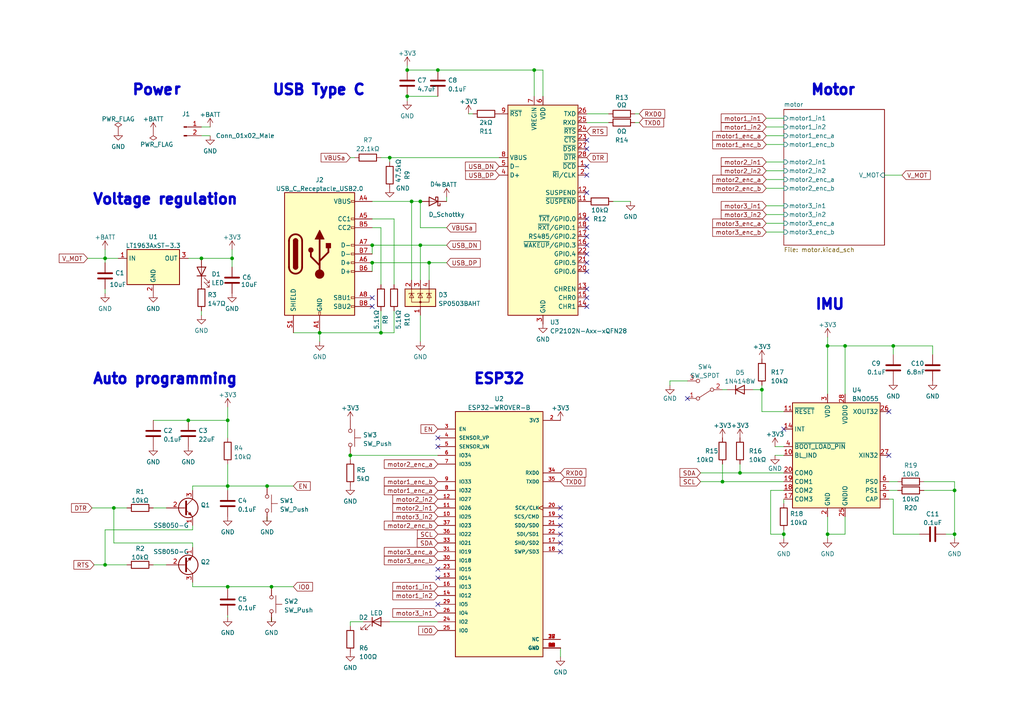
<source format=kicad_sch>
(kicad_sch (version 20211123) (generator eeschema)
  (paper "A4")
  (junction (at 107.95 71.12))
  (junction (at 121.92 58.42))
  (junction (at 101.6 132.08))
  (junction (at 92.71 96.52))
  (junction (at 240.03 154.94))
  (junction (at 66.04 121.92))
  (junction (at 66.04 140.97))
  (junction (at 245.11 100.33))
  (junction (at 118.11 20.32))
  (junction (at 58.42 74.93))
  (junction (at 54.61 121.92))
  (junction (at 124.46 76.2))
  (junction (at 240.03 100.33))
  (junction (at 30.48 74.93))
  (junction (at 214.63 137.16))
  (junction (at 259.08 100.33))
  (junction (at 119.38 58.42))
  (junction (at 121.92 71.12))
  (junction (at 127 20.32))
  (junction (at 67.31 74.93))
  (junction (at 220.98 113.03))
  (junction (at 276.86 154.94))
  (junction (at 227.33 154.94))
  (junction (at 154.94 20.32))
  (junction (at 107.95 76.2))
  (junction (at 30.48 163.83))
  (junction (at 66.04 170.18))
  (junction (at 110.49 96.52))
  (junction (at 118.11 27.94))
  (junction (at 77.47 140.97))
  (junction (at 209.55 139.7))
  (junction (at 113.03 45.72))
  (junction (at 33.02 147.32))
  (junction (at 276.86 142.24))
  (junction (at 78.74 170.18))
  (no_connect (at 170.18 86.36))
  (no_connect (at 170.18 50.8))
  (no_connect (at 170.18 76.2))
  (no_connect (at 107.95 86.36))
  (no_connect (at 107.95 88.9))
  (no_connect (at 170.18 73.66))
  (no_connect (at 170.18 66.04))
  (no_connect (at 170.18 63.5))
  (no_connect (at 162.56 149.86))
  (no_connect (at 162.56 154.94))
  (no_connect (at 170.18 78.74))
  (no_connect (at 127 175.26))
  (no_connect (at 162.56 160.02))
  (no_connect (at 170.18 55.88))
  (no_connect (at 199.39 115.57))
  (no_connect (at 227.33 124.46))
  (no_connect (at 257.81 119.38))
  (no_connect (at 257.81 132.08))
  (no_connect (at 127 127))
  (no_connect (at 170.18 88.9))
  (no_connect (at 170.18 48.26))
  (no_connect (at 170.18 71.12))
  (no_connect (at 127 129.54))
  (no_connect (at 170.18 83.82))
  (no_connect (at 127 167.64))
  (no_connect (at 162.56 147.32))
  (no_connect (at 170.18 40.64))
  (no_connect (at 170.18 43.18))
  (no_connect (at 170.18 68.58))
  (no_connect (at 162.56 157.48))
  (no_connect (at 127 165.1))
  (no_connect (at 162.56 152.4))
  (wire (pts (xy 176.53 33.02) (xy 170.18 33.02)))
  (wire (pts (xy 182.88 58.42) (xy 177.8 58.42)))
  (wire (pts (xy 33.02 147.32) (xy 36.83 147.32)))
  (wire (pts (xy 54.61 121.92) (xy 66.04 121.92)))
  (wire (pts (xy 222.25 62.23) (xy 227.33 62.23)))
  (wire (pts (xy 203.2 139.7) (xy 209.55 139.7)))
  (wire (pts (xy 276.86 142.24) (xy 276.86 154.94)))
  (wire (pts (xy 227.33 142.24) (xy 223.52 142.24)))
  (wire (pts (xy 113.03 45.72) (xy 144.78 45.72)))
  (wire (pts (xy 107.95 76.2) (xy 124.46 76.2)))
  (wire (pts (xy 107.95 71.12) (xy 107.95 73.66)))
  (wire (pts (xy 222.25 46.99) (xy 227.33 46.99)))
  (wire (pts (xy 78.74 170.18) (xy 85.09 170.18)))
  (wire (pts (xy 101.6 133.35) (xy 101.6 132.08)))
  (wire (pts (xy 222.25 59.69) (xy 227.33 59.69)))
  (wire (pts (xy 66.04 142.24) (xy 66.04 140.97)))
  (wire (pts (xy 223.52 142.24) (xy 223.52 154.94)))
  (wire (pts (xy 124.46 76.2) (xy 124.46 81.28)))
  (wire (pts (xy 222.25 64.77) (xy 227.33 64.77)))
  (wire (pts (xy 30.48 153.67) (xy 30.48 163.83)))
  (wire (pts (xy 218.44 113.03) (xy 220.98 113.03)))
  (wire (pts (xy 55.88 140.97) (xy 66.04 140.97)))
  (wire (pts (xy 118.11 27.94) (xy 127 27.94)))
  (wire (pts (xy 54.61 74.93) (xy 58.42 74.93)))
  (wire (pts (xy 245.11 149.86) (xy 245.11 154.94)))
  (wire (pts (xy 101.6 45.72) (xy 102.87 45.72)))
  (wire (pts (xy 222.25 54.61) (xy 227.33 54.61)))
  (wire (pts (xy 78.74 179.07) (xy 78.74 180.34)))
  (wire (pts (xy 44.45 163.83) (xy 48.26 163.83)))
  (wire (pts (xy 121.92 71.12) (xy 129.54 71.12)))
  (wire (pts (xy 154.94 20.32) (xy 154.94 27.94)))
  (wire (pts (xy 135.89 33.02) (xy 137.16 33.02)))
  (wire (pts (xy 222.25 52.07) (xy 227.33 52.07)))
  (wire (pts (xy 227.33 153.67) (xy 227.33 154.94)))
  (wire (pts (xy 240.03 97.79) (xy 240.03 100.33)))
  (wire (pts (xy 157.48 20.32) (xy 157.48 27.94)))
  (wire (pts (xy 66.04 170.18) (xy 78.74 170.18)))
  (wire (pts (xy 85.09 96.52) (xy 92.71 96.52)))
  (wire (pts (xy 121.92 99.06) (xy 121.92 91.44)))
  (wire (pts (xy 227.33 146.05) (xy 227.33 144.78)))
  (wire (pts (xy 245.11 154.94) (xy 240.03 154.94)))
  (wire (pts (xy 66.04 127) (xy 66.04 121.92)))
  (wire (pts (xy 107.95 66.04) (xy 110.49 66.04)))
  (wire (pts (xy 110.49 90.17) (xy 110.49 96.52)))
  (wire (pts (xy 240.03 149.86) (xy 240.03 154.94)))
  (wire (pts (xy 220.98 113.03) (xy 220.98 111.76)))
  (wire (pts (xy 110.49 66.04) (xy 110.49 82.55)))
  (wire (pts (xy 118.11 20.32) (xy 127 20.32)))
  (wire (pts (xy 60.96 39.37) (xy 58.42 39.37)))
  (wire (pts (xy 107.95 63.5) (xy 114.3 63.5)))
  (wire (pts (xy 55.88 152.4) (xy 55.88 153.67)))
  (wire (pts (xy 209.55 139.7) (xy 227.33 139.7)))
  (wire (pts (xy 267.97 139.7) (xy 276.86 139.7)))
  (wire (pts (xy 185.42 33.02) (xy 184.15 33.02)))
  (wire (pts (xy 101.6 132.08) (xy 127 132.08)))
  (wire (pts (xy 129.54 57.15) (xy 129.54 58.42)))
  (wire (pts (xy 203.2 137.16) (xy 214.63 137.16)))
  (wire (pts (xy 101.6 180.34) (xy 105.41 180.34)))
  (wire (pts (xy 240.03 100.33) (xy 240.03 114.3)))
  (wire (pts (xy 30.48 74.93) (xy 34.29 74.93)))
  (wire (pts (xy 222.25 36.83) (xy 227.33 36.83)))
  (wire (pts (xy 259.08 100.33) (xy 270.51 100.33)))
  (wire (pts (xy 257.81 139.7) (xy 260.35 139.7)))
  (wire (pts (xy 245.11 100.33) (xy 259.08 100.33)))
  (wire (pts (xy 77.47 149.86) (xy 77.47 151.13)))
  (wire (pts (xy 124.46 76.2) (xy 129.54 76.2)))
  (wire (pts (xy 240.03 156.21) (xy 240.03 154.94)))
  (wire (pts (xy 270.51 102.87) (xy 270.51 100.33)))
  (wire (pts (xy 223.52 154.94) (xy 227.33 154.94)))
  (wire (pts (xy 77.47 140.97) (xy 85.09 140.97)))
  (wire (pts (xy 66.04 134.62) (xy 66.04 140.97)))
  (wire (pts (xy 58.42 91.44) (xy 58.42 90.17)))
  (wire (pts (xy 121.92 58.42) (xy 119.38 58.42)))
  (wire (pts (xy 121.92 71.12) (xy 121.92 81.28)))
  (wire (pts (xy 114.3 96.52) (xy 110.49 96.52)))
  (wire (pts (xy 194.31 111.76) (xy 194.31 110.49)))
  (wire (pts (xy 55.88 170.18) (xy 55.88 168.91)))
  (wire (pts (xy 25.4 74.93) (xy 30.48 74.93)))
  (wire (pts (xy 113.03 180.34) (xy 127 180.34)))
  (wire (pts (xy 121.92 66.04) (xy 121.92 58.42)))
  (wire (pts (xy 30.48 83.82) (xy 30.48 85.09)))
  (wire (pts (xy 222.25 67.31) (xy 227.33 67.31)))
  (wire (pts (xy 259.08 144.78) (xy 259.08 154.94)))
  (wire (pts (xy 222.25 39.37) (xy 227.33 39.37)))
  (wire (pts (xy 222.25 49.53) (xy 227.33 49.53)))
  (wire (pts (xy 107.95 58.42) (xy 119.38 58.42)))
  (wire (pts (xy 194.31 110.49) (xy 199.39 110.49)))
  (wire (pts (xy 67.31 72.39) (xy 67.31 74.93)))
  (wire (pts (xy 30.48 163.83) (xy 36.83 163.83)))
  (wire (pts (xy 66.04 170.18) (xy 55.88 170.18)))
  (wire (pts (xy 55.88 142.24) (xy 55.88 140.97)))
  (wire (pts (xy 266.7 154.94) (xy 259.08 154.94)))
  (wire (pts (xy 274.32 154.94) (xy 276.86 154.94)))
  (wire (pts (xy 245.11 100.33) (xy 240.03 100.33)))
  (wire (pts (xy 276.86 156.21) (xy 276.86 154.94)))
  (wire (pts (xy 67.31 74.93) (xy 67.31 77.47)))
  (wire (pts (xy 118.11 19.05) (xy 118.11 20.32)))
  (wire (pts (xy 245.11 100.33) (xy 245.11 114.3)))
  (wire (pts (xy 110.49 45.72) (xy 113.03 45.72)))
  (wire (pts (xy 162.56 190.5) (xy 162.56 187.96)))
  (wire (pts (xy 256.54 50.8) (xy 261.62 50.8)))
  (wire (pts (xy 209.55 134.62) (xy 209.55 139.7)))
  (wire (pts (xy 66.04 179.07) (xy 66.04 178.435)))
  (wire (pts (xy 220.98 119.38) (xy 220.98 113.03)))
  (wire (pts (xy 113.03 46.99) (xy 113.03 45.72)))
  (wire (pts (xy 58.42 74.93) (xy 67.31 74.93)))
  (wire (pts (xy 185.42 35.56) (xy 184.15 35.56)))
  (wire (pts (xy 92.71 96.52) (xy 110.49 96.52)))
  (wire (pts (xy 176.53 35.56) (xy 170.18 35.56)))
  (wire (pts (xy 66.04 140.97) (xy 77.47 140.97)))
  (wire (pts (xy 44.45 147.32) (xy 48.26 147.32)))
  (wire (pts (xy 55.88 153.67) (xy 30.48 153.67)))
  (wire (pts (xy 214.63 137.16) (xy 227.33 137.16)))
  (wire (pts (xy 224.79 129.54) (xy 227.33 129.54)))
  (wire (pts (xy 55.88 158.75) (xy 55.88 157.48)))
  (wire (pts (xy 30.48 72.39) (xy 30.48 74.93)))
  (wire (pts (xy 92.71 99.06) (xy 92.71 96.52)))
  (wire (pts (xy 259.08 100.33) (xy 259.08 102.87)))
  (wire (pts (xy 60.96 36.83) (xy 58.42 36.83)))
  (wire (pts (xy 44.45 121.92) (xy 54.61 121.92)))
  (wire (pts (xy 222.25 41.91) (xy 227.33 41.91)))
  (wire (pts (xy 66.04 170.815) (xy 66.04 170.18)))
  (wire (pts (xy 209.55 113.03) (xy 210.82 113.03)))
  (wire (pts (xy 33.02 157.48) (xy 55.88 157.48)))
  (wire (pts (xy 214.63 134.62) (xy 214.63 137.16)))
  (wire (pts (xy 30.48 74.93) (xy 30.48 76.2)))
  (wire (pts (xy 114.3 63.5) (xy 114.3 82.55)))
  (wire (pts (xy 27.305 163.83) (xy 30.48 163.83)))
  (wire (pts (xy 107.95 71.12) (xy 121.92 71.12)))
  (wire (pts (xy 257.81 142.24) (xy 260.35 142.24)))
  (wire (pts (xy 107.95 76.2) (xy 107.95 78.74)))
  (wire (pts (xy 227.33 119.38) (xy 220.98 119.38)))
  (wire (pts (xy 66.04 121.92) (xy 66.04 118.11)))
  (wire (pts (xy 257.81 144.78) (xy 259.08 144.78)))
  (wire (pts (xy 127 20.32) (xy 154.94 20.32)))
  (wire (pts (xy 119.38 58.42) (xy 119.38 81.28)))
  (wire (pts (xy 26.67 147.32) (xy 33.02 147.32)))
  (wire (pts (xy 118.11 29.21) (xy 118.11 27.94)))
  (wire (pts (xy 121.92 66.04) (xy 129.54 66.04)))
  (wire (pts (xy 114.3 90.17) (xy 114.3 96.52)))
  (wire (pts (xy 222.25 34.29) (xy 227.33 34.29)))
  (wire (pts (xy 101.6 181.61) (xy 101.6 180.34)))
  (wire (pts (xy 267.97 142.24) (xy 276.86 142.24)))
  (wire (pts (xy 33.02 157.48) (xy 33.02 147.32)))
  (wire (pts (xy 227.33 156.21) (xy 227.33 154.94)))
  (wire (pts (xy 276.86 142.24) (xy 276.86 139.7)))
  (wire (pts (xy 224.79 132.08) (xy 227.33 132.08)))
  (wire (pts (xy 154.94 20.32) (xy 157.48 20.32)))
  (text "Motor" (at 234.95 27.94 0) (effects (font (size 3 3) (thickness 1) bold) (justify left bottom)))
  (text "Poweｒ" (at 38.1 27.94 0) (effects (font (size 3 3) (thickness 1) bold) (justify left bottom)))
  (text "Auto programming" (at 26.67 111.76 0) (effects (font (size 3 3) (thickness 1) bold) (justify left bottom)))
  (text "IMU" (at 236.22 90.17 0) (effects (font (size 3 3) (thickness 1) bold) (justify left bottom)))
  (text "USB Type C" (at 78.74 27.94 0) (effects (font (size 3 3) (thickness 1) bold) (justify left bottom)))
  (text "Voltage regulation" (at 26.67 59.69 0) (effects (font (size 3 3) (thickness 1) bold) (justify left bottom)))
  (text "ESP32" (at 137.16 111.76 0) (effects (font (size 3 3) (thickness 1) bold) (justify left bottom)))
  (global_label "motor2_in1" (shape input) (at 127 147.32 180) (property "Intersheet References" "${INTERSHEET_REFS}" (effects hide)))
  (global_label "motor1_enc_b" (shape input) (at 222.25 41.91 180) (property "Intersheet References" "${INTERSHEET_REFS}" (effects hide)))
  (global_label "TXD0" (shape input) (at 162.56 139.7 0) (property "Intersheet References" "${INTERSHEET_REFS}" (effects hide)))
  (global_label "EN" (shape input) (at 85.09 140.97 0) (property "Intersheet References" "${INTERSHEET_REFS}" (effects hide)))
  (global_label "motor3_enc_b" (shape input) (at 127 162.56 180) (property "Intersheet References" "${INTERSHEET_REFS}" (effects hide)))
  (global_label "V_MOT" (shape input) (at 261.62 50.8 0) (property "Intersheet References" "${INTERSHEET_REFS}" (effects hide)))
  (global_label "USB_DN" (shape input) (at 144.78 48.26 180) (property "Intersheet References" "${INTERSHEET_REFS}" (effects hide)))
  (global_label "DTR" (shape input) (at 26.67 147.32 180) (property "Intersheet References" "${INTERSHEET_REFS}" (effects hide)))
  (global_label "motor3_enc_b" (shape input) (at 222.25 67.31 180) (property "Intersheet References" "${INTERSHEET_REFS}" (effects hide)))
  (global_label "motor2_enc_a" (shape input) (at 222.25 52.07 180) (property "Intersheet References" "${INTERSHEET_REFS}" (effects hide)))
  (global_label "motor2_in2" (shape input) (at 222.25 49.53 180) (property "Intersheet References" "${INTERSHEET_REFS}" (effects hide)))
  (global_label "motor2_enc_b" (shape input) (at 222.25 54.61 180) (property "Intersheet References" "${INTERSHEET_REFS}" (effects hide)))
  (global_label "motor1_in1" (shape input) (at 127 170.18 180) (property "Intersheet References" "${INTERSHEET_REFS}" (effects hide)))
  (global_label "SCL" (shape input) (at 203.2 139.7 180) (property "Intersheet References" "${INTERSHEET_REFS}" (effects hide)))
  (global_label "VBUSa" (shape input) (at 129.54 66.04 0) (property "Intersheet References" "${INTERSHEET_REFS}" (effects hide)))
  (global_label "motor2_enc_a" (shape input) (at 127 134.62 180) (property "Intersheet References" "${INTERSHEET_REFS}" (effects hide)))
  (global_label "motor3_enc_a" (shape input) (at 127 160.02 180) (property "Intersheet References" "${INTERSHEET_REFS}" (effects hide)))
  (global_label "motor1_enc_b" (shape input) (at 127 139.7 180) (property "Intersheet References" "${INTERSHEET_REFS}" (effects hide)))
  (global_label "RTS" (shape input) (at 170.18 38.1 0) (property "Intersheet References" "${INTERSHEET_REFS}" (effects hide)))
  (global_label "motor2_in1" (shape input) (at 222.25 46.99 180) (property "Intersheet References" "${INTERSHEET_REFS}" (effects hide)))
  (global_label "DTR" (shape input) (at 170.18 45.72 0) (property "Intersheet References" "${INTERSHEET_REFS}" (effects hide)))
  (global_label "motor3_in2" (shape input) (at 222.25 62.23 180) (property "Intersheet References" "${INTERSHEET_REFS}" (effects hide)))
  (global_label "IO0" (shape input) (at 85.09 170.18 0) (property "Intersheet References" "${INTERSHEET_REFS}" (effects hide)))
  (global_label "RTS" (shape input) (at 27.305 163.83 180) (property "Intersheet References" "${INTERSHEET_REFS}" (effects hide)))
  (global_label "USB_DP" (shape input) (at 144.78 50.8 180) (property "Intersheet References" "${INTERSHEET_REFS}" (effects hide)))
  (global_label "USB_DN" (shape input) (at 129.54 71.12 0) (property "Intersheet References" "${INTERSHEET_REFS}" (effects hide)))
  (global_label "IO0" (shape input) (at 127 182.88 180) (property "Intersheet References" "${INTERSHEET_REFS}" (effects hide)))
  (global_label "USB_DP" (shape input) (at 129.54 76.2 0) (property "Intersheet References" "${INTERSHEET_REFS}" (effects hide)))
  (global_label "motor1_enc_a" (shape input) (at 127 142.24 180) (property "Intersheet References" "${INTERSHEET_REFS}" (effects hide)))
  (global_label "motor2_enc_b" (shape input) (at 127 152.4 180) (property "Intersheet References" "${INTERSHEET_REFS}" (effects hide)))
  (global_label "V_MOT" (shape input) (at 25.4 74.93 180) (property "Intersheet References" "${INTERSHEET_REFS}" (effects hide)))
  (global_label "TXD0" (shape input) (at 185.42 35.56 0) (property "Intersheet References" "${INTERSHEET_REFS}" (effects hide)))
  (global_label "motor3_in1" (shape input) (at 222.25 59.69 180) (property "Intersheet References" "${INTERSHEET_REFS}" (effects hide)))
  (global_label "RXD0" (shape input) (at 185.42 33.02 0) (property "Intersheet References" "${INTERSHEET_REFS}" (effects hide)))
  (global_label "SCL" (shape input) (at 127 154.94 180) (property "Intersheet References" "${INTERSHEET_REFS}" (effects hide)))
  (global_label "SDA" (shape input) (at 203.2 137.16 180) (property "Intersheet References" "${INTERSHEET_REFS}" (effects hide)))
  (global_label "motor3_in1" (shape input) (at 127 177.8 180) (property "Intersheet References" "${INTERSHEET_REFS}" (effects hide)))
  (global_label "VBUSa" (shape input) (at 101.6 45.72 180) (property "Intersheet References" "${INTERSHEET_REFS}" (effects hide)))
  (global_label "SDA" (shape input) (at 127 157.48 180) (property "Intersheet References" "${INTERSHEET_REFS}" (effects hide)))
  (global_label "motor3_enc_a" (shape input) (at 222.25 64.77 180) (property "Intersheet References" "${INTERSHEET_REFS}" (effects hide)))
  (global_label "motor2_in2" (shape input) (at 127 144.78 180) (property "Intersheet References" "${INTERSHEET_REFS}" (effects hide)))
  (global_label "RXD0" (shape input) (at 162.56 137.16 0) (property "Intersheet References" "${INTERSHEET_REFS}" (effects hide)))
  (global_label "motor1_in2" (shape input) (at 222.25 36.83 180) (property "Intersheet References" "${INTERSHEET_REFS}" (effects hide)))
  (global_label "motor3_in2" (shape input) (at 127 149.86 180) (property "Intersheet References" "${INTERSHEET_REFS}" (effects hide)))
  (global_label "motor1_enc_a" (shape input) (at 222.25 39.37 180) (property "Intersheet References" "${INTERSHEET_REFS}" (effects hide)))
  (global_label "motor1_in2" (shape input) (at 127 172.72 180) (property "Intersheet References" "${INTERSHEET_REFS}" (effects hide)))
  (global_label "motor1_in1" (shape input) (at 222.25 34.29 180) (property "Intersheet References" "${INTERSHEET_REFS}" (effects hide)))
  (global_label "EN" (shape input) (at 127 124.46 180) (property "Intersheet References" "${INTERSHEET_REFS}" (effects hide)))
  (symbol (lib_id "Device:R") (at 40.64 147.32 90) (unit 1)
    (property "Reference" "R1" (at 40.64 142.6042 90))
    (property "Value" "10kΩ" (at 40.64 145.1411 90))
    (property "Footprint" "Resistor_SMD:R_0603_1608Metric" (effects hide))
    (property "Vendor" "https://www.mouser.jp/ProductDetail/Vishay-Beyschlag/MCT06030D1002BP500?qs=ncxkyCpAYDAJSzgYSRSsnA%3D%3D" (effects hide))
  )
  (symbol (lib_id "Device:C") (at 118.11 24.13 0) (unit 1)
    (property "Reference" "C7" (at 121.031 23.2953 0) (effects (justify left)))
    (property "Value" "4.7uF" (at 121.031 25.8322 0) (effects (justify left)))
    (property "Footprint" "Capacitor_SMD:C_0603_1608Metric" (effects hide))
    (property "Vendor" "https://www.mouser.jp/ProductDetail/KYOCERA-AVX/06036D475MAT2A?qs=G62aafFtBAdLQjkZwFspeQ%3D%3D" (effects hide))
  )
  (symbol (lib_id "Device:C") (at 67.31 81.28 0) (unit 1)
    (property "Reference" "C6" (at 70.231 80.4453 0) (effects (justify left)))
    (property "Value" "10uF" (at 69.85 82.55 0) (effects (justify left)))
    (property "Footprint" "Capacitor_SMD:C_0603_1608Metric" (effects hide))
    (property "Vendor" "https://www.mouser.jp/ProductDetail/KYOCERA-AVX/0603ZW106MAT2A?qs=BZBei1rCqCDILT8BMORbpw%3D%3D" (effects hide))
  )
  (symbol (lib_id "Transistor_BJT:S8050") (at 53.34 163.83 0) (mirror x) (unit 1)
    (property "Reference" "Q2" (at 58.1914 162.9953 0) (effects (justify left)))
    (property "Value" "SS8050-G" (at 44.45 160.02 0) (effects (justify left)))
    (property "Footprint" "Package_TO_SOT_SMD:SOT-23" (effects hide))
    (property "Datasheet" "http://www.unisonic.com.tw/datasheet/S8050.pdf" (effects hide))
    (property "Vendor" "https://www.mouser.jp/ProductDetail/Comchip-Technology/SS8050-G?qs=sGAEpiMZZMvplms98TlKY0DRKkFioIw6yshKylp0VqvgzoQ7StxaEg%3D%3D" (effects hide))
  )
  (symbol (lib_id "Device:C") (at 54.61 125.73 0) (unit 1)
    (property "Reference" "C3" (at 57.531 124.8953 0) (effects (justify left)))
    (property "Value" "22uF" (at 57.531 127.4322 0) (effects (justify left)))
    (property "Footprint" "Capacitor_SMD:C_0603_1608Metric" (effects hide))
    (property "Vendor" "https://www.mouser.jp/ProductDetail/KYOCERA-AVX/0603ZD226MAT2A?qs=sSYV1F9c5cE%2FKdrrBmQkqw%3D%3D" (effects hide))
  )
  (symbol (lib_id "power:GND") (at 157.48 93.98 0) (unit 1)
    (property "Reference" "#PWR028" (effects hide))
    (property "Value" "GND" (at 157.48 98.4234 0))
  )
  (symbol (lib_id "Device:R") (at 106.68 45.72 270) (unit 1)
    (property "Reference" "R7" (at 106.68 40.64 90))
    (property "Value" "22.1kΩ" (at 106.68 43.18 90))
    (property "Footprint" "Resistor_SMD:R_0603_1608Metric" (effects hide))
    (property "Vendor" "https://www.mouser.jp/ProductDetail/Vishay-Dale/TNPW060322K1BEEA?qs=sGAEpiMZZMtlubZbdhIBIOmxtv2GEc%2FVUvye4sdmKvQ%3D" (effects hide))
  )
  (symbol (lib_id "Device:R") (at 264.16 142.24 90) (unit 1)
    (property "Reference" "R20" (at 264.16 147.32 90))
    (property "Value" "10kΩ" (at 264.16 144.78 90))
    (property "Footprint" "Resistor_SMD:R_0603_1608Metric" (effects hide))
    (property "Vendor" "https://www.mouser.jp/ProductDetail/Vishay-Beyschlag/MCT06030D1002BP500?qs=ncxkyCpAYDAJSzgYSRSsnA%3D%3D" (effects hide))
  )
  (symbol (lib_id "Regulator_Linear:LT1963AxST-3.3") (at 44.45 77.47 0) (unit 1)
    (property "Reference" "U1" (at 44.45 68.6902 0))
    (property "Value" "LT1963AxST-3.3" (at 44.45 71.2271 0))
    (property "Footprint" "Package_TO_SOT_SMD:SOT-223-3_TabPin2" (effects hide))
    (property "Datasheet" "https://www.analog.com/media/en/technical-documentation/data-sheets/1963aff.pdf" (effects hide))
    (property "Vendor" "https://www.mouser.jp/ProductDetail/Analog-Devices/LT1963AEST-3.3PBF?qs=ytflclh7QUWACCdXyVJ5gA%3D%3D" (effects hide))
  )
  (symbol (lib_id "power:GND") (at 60.96 39.37 0) (unit 1)
    (property "Reference" "#PWR010" (effects hide))
    (property "Value" "GND" (at 60.96 43.8134 0))
  )
  (symbol (lib_id "Device:R") (at 214.63 130.81 180) (unit 1)
    (property "Reference" "R16" (at 217.17 130.81 0) (effects (justify right)))
    (property "Value" "10kΩ" (at 217.17 133.3469 0) (effects (justify right)))
    (property "Footprint" "Resistor_SMD:R_0603_1608Metric" (effects hide))
    (property "Vendor" "https://www.mouser.jp/ProductDetail/Vishay-Beyschlag/MCT06030D1002BP500?qs=ncxkyCpAYDAJSzgYSRSsnA%3D%3D" (effects hide))
  )
  (symbol (lib_id "power:GND") (at 78.74 179.07 0) (unit 1)
    (property "Reference" "#PWR017" (effects hide))
    (property "Value" "GND" (at 78.74 183.5134 0))
  )
  (symbol (lib_id "Device:R") (at 40.64 163.83 90) (unit 1)
    (property "Reference" "R2" (at 40.64 159.1142 90))
    (property "Value" "10kΩ" (at 40.64 161.6511 90))
    (property "Footprint" "Resistor_SMD:R_0603_1608Metric" (effects hide))
    (property "Vendor" "https://www.mouser.jp/ProductDetail/Vishay-Beyschlag/MCT06030D1002BP500?qs=ncxkyCpAYDAJSzgYSRSsnA%3D%3D" (effects hide))
  )
  (symbol (lib_id "Device:C") (at 66.04 146.05 0) (unit 1)
    (property "Reference" "C4" (at 68.961 145.2153 0) (effects (justify left)))
    (property "Value" "0.1uF" (at 68.961 147.7522 0) (effects (justify left)))
    (property "Footprint" "Capacitor_SMD:C_0603_1608Metric" (effects hide))
    (property "Vendor" "https://www.mouser.jp/ProductDetail/KYOCERA-AVX/KAM15AR71C104KM?qs=Jm2GQyTW%2FbjvjfiJhcHTCg%3D%3D" (effects hide))
  )
  (symbol (lib_id "Device:R") (at 209.55 130.81 180) (unit 1)
    (property "Reference" "R15" (at 204.47 130.81 0) (effects (justify right)))
    (property "Value" "10kΩ" (at 201.93 133.35 0) (effects (justify right)))
    (property "Footprint" "Resistor_SMD:R_0603_1608Metric" (effects hide))
    (property "Vendor" "https://www.mouser.jp/ProductDetail/Vishay-Beyschlag/MCT06030D1002BP500?qs=ncxkyCpAYDAJSzgYSRSsnA%3D%3D" (effects hide))
  )
  (symbol (lib_id "power:GND") (at 113.03 54.61 0) (unit 1)
    (property "Reference" "#PWR022" (effects hide))
    (property "Value" "GND" (at 116.84 54.61 0))
  )
  (symbol (lib_id "power:PWR_FLAG") (at 34.29 38.1 0) (unit 1)
    (property "Reference" "#FLG01" (effects hide))
    (property "Value" "PWR_FLAG" (at 34.29 34.5242 0))
  )
  (symbol (lib_id "Device:C") (at 66.04 174.625 0) (unit 1)
    (property "Reference" "C5" (at 68.961 173.7903 0) (effects (justify left)))
    (property "Value" "0.1uF" (at 68.961 176.3272 0) (effects (justify left)))
    (property "Footprint" "Capacitor_SMD:C_0603_1608Metric" (effects hide))
    (property "Vendor" "https://www.mouser.jp/ProductDetail/KYOCERA-AVX/KAM15AR71C104KM?qs=Jm2GQyTW%2FbjvjfiJhcHTCg%3D%3D" (effects hide))
  )
  (symbol (lib_id "Device:D_Schottky") (at 125.73 58.42 180) (unit 1)
    (property "Reference" "D4" (at 126.0475 53.4502 0))
    (property "Value" "D_Schottky" (at 129.54 62.23 0))
    (property "Footprint" "Diode_SMD:D_0603_1608Metric" (effects hide))
    (property "Vendor" "https://www.mouser.jp/ProductDetail/Comchip-Technology/CDBU70-HF?qs=2qJf6qQ4IOL3%2FIGqjls%252B4w%3D%3D" (effects hide))
  )
  (symbol (lib_id "power:GND") (at 58.42 91.44 0) (unit 1)
    (property "Reference" "#PWR08" (effects hide))
    (property "Value" "GND" (at 58.42 95.8834 0))
  )
  (symbol (lib_id "power:GND") (at 194.31 111.76 0) (unit 1)
    (property "Reference" "#PWR032" (effects hide))
    (property "Value" "GND" (at 194.31 115.57 0))
  )
  (symbol (lib_id "power:+3V3") (at 214.63 127 0) (unit 1)
    (property "Reference" "#PWR034" (effects hide))
    (property "Value" "+3V3" (at 214.63 123.4242 0))
  )
  (symbol (lib_id "Device:R") (at 220.98 107.95 180) (unit 1)
    (property "Reference" "R17" (at 223.52 107.95 0) (effects (justify right)))
    (property "Value" "10kΩ" (at 223.52 110.4869 0) (effects (justify right)))
    (property "Footprint" "Resistor_SMD:R_0603_1608Metric" (effects hide))
    (property "Vendor" "https://www.mouser.jp/ProductDetail/Vishay-Beyschlag/MCT06030D1002BP500?qs=ncxkyCpAYDAJSzgYSRSsnA%3D%3D" (effects hide))
  )
  (symbol (lib_id "power:GND") (at 30.48 85.09 0) (unit 1)
    (property "Reference" "#PWR02" (effects hide))
    (property "Value" "GND" (at 30.48 89.5334 0))
  )
  (symbol (lib_id "power:+3V3") (at 135.89 33.02 0) (unit 1)
    (property "Reference" "#PWR027" (effects hide))
    (property "Value" "+3V3" (at 135.89 29.4442 0))
  )
  (symbol (lib_id "Power_Protection:SP0503BAHT") (at 121.92 86.36 0) (unit 1)
    (property "Reference" "D3" (at 127.127 85.5253 0) (effects (justify left)))
    (property "Value" "SP0503BAHT" (at 127.127 88.0622 0) (effects (justify left)))
    (property "Footprint" "Package_TO_SOT_SMD:SOT-143" (effects hide))
    (property "Datasheet" "http://www.littelfuse.com/~/media/files/littelfuse/technical%20resources/documents/data%20sheets/sp05xxba.pdf" (effects hide))
    (property "Vendor" "https://www.mouser.jp/ProductDetail/Littelfuse/SP0503BAHTG?qs=uD%2FdkN7XIa0NTYXwHdELYA%3D%3D" (effects hide))
  )
  (symbol (lib_id "power:GND") (at 162.56 190.5 0) (unit 1)
    (property "Reference" "#PWR030" (effects hide))
    (property "Value" "GND" (at 162.56 194.9434 0))
  )
  (symbol (lib_id "Transistor_BJT:S8050") (at 53.34 147.32 0) (unit 1)
    (property "Reference" "Q1" (at 58.1914 146.4853 0) (effects (justify left)))
    (property "Value" "SS8050-G" (at 44.45 152.4 0) (effects (justify left)))
    (property "Footprint" "Package_TO_SOT_SMD:SOT-23" (effects hide))
    (property "Datasheet" "http://www.unisonic.com.tw/datasheet/S8050.pdf" (effects hide))
    (property "Vendor" "https://www.mouser.jp/ProductDetail/Comchip-Technology/SS8050-G?qs=sGAEpiMZZMvplms98TlKY0DRKkFioIw6yshKylp0VqvgzoQ7StxaEg%3D%3D" (effects hide))
  )
  (symbol (lib_id "ESP32-WROVER-B:ESP32-WROVER-B") (at 144.78 154.94 0) (unit 1)
    (property "Reference" "U2" (at 144.78 115.6802 0))
    (property "Value" "ESP32-WROVER-B" (at 144.78 118.2171 0))
    (property "Footprint" "ESP32-WROVER-B:MODULE_ESP32-WROVER-B" (effects hide))
    (property "MF" "Espressif Systems" (effects hide))
    (property "MAXIMUM_PACKAGE_HEIGHT" "3.45mm" (effects hide))
    (property "Package" "Module Espressif Systems" (effects hide))
    (property "Price" "None" (effects hide))
    (property "Check_prices" "https://www.snapeda.com/parts/ESP32-WROVER-B/Espressif+Systems/view-part/?ref=eda" (effects hide))
    (property "STANDARD" "Manufacturer Recommendations" (effects hide))
    (property "PARTREV" "v1.6" (effects hide))
    (property "SnapEDA_Link" "https://www.snapeda.com/parts/ESP32-WROVER-B/Espressif+Systems/view-part/?ref=snap" (effects hide))
    (property "MP" "ESP32-WROVER-B" (effects hide))
    (property "Description" "\nBluetooth, WiFi 802.11b/g/n, Bluetooth v4.2 +EDR, Class 1, 2 and 3 Transceiver Module 2.4GHz ~ 2.5GHz PCB Trace Surface Mount\n" (effects hide))
    (property "Availability" "Not in stock" (effects hide))
    (property "MANUFACTURER" "Espressif Systems" (effects hide))
    (property "Vendor" "https://www.digikey.jp/ja/products/detail/espressif-systems/ESP32-WROVER-B-N8R8/9857843" (effects hide))
  )
  (symbol (lib_id "power:GND") (at 92.71 99.06 0) (unit 1)
    (property "Reference" "#PWR018" (effects hide))
    (property "Value" "GND" (at 92.71 103.5034 0))
  )
  (symbol (lib_id "Device:R") (at 140.97 33.02 90) (unit 1)
    (property "Reference" "R11" (at 140.97 38.1 90))
    (property "Value" "2kΩ" (at 140.97 35.56 90))
    (property "Footprint" "Resistor_SMD:R_0603_1608Metric" (effects hide))
    (property "Vendor" "https://www.mouser.jp/ProductDetail/Vishay-Dale/TNPW06032K00DEEA?qs=ZPVAY1QZwKhoQnnDu3aK3Q%3D%3D" (effects hide))
  )
  (symbol (lib_id "power:GND") (at 227.33 156.21 0) (unit 1)
    (property "Reference" "#PWR038" (effects hide))
    (property "Value" "GND" (at 227.33 160.6534 0))
  )
  (symbol (lib_id "power:+3V3") (at 220.98 104.14 0) (unit 1)
    (property "Reference" "#PWR035" (effects hide))
    (property "Value" "+3V3" (at 220.98 100.5642 0))
  )
  (symbol (lib_id "Switch:SW_Push") (at 77.47 146.05 270) (unit 1)
    (property "Reference" "SW1" (at 81.153 145.2153 90) (effects (justify left)))
    (property "Value" "SW_Push" (at 81.153 147.7522 90) (effects (justify left)))
    (property "Footprint" "Button_Switch_SMD:SW_Push_1P1T_NO_CK_KMR2" (effects hide))
    (property "Vendor" "https://www.mouser.jp/ProductDetail/CK/KMR231NGLFS?qs=sb%252But3Lm4x1Y5NsXXdZx2g%3D%3D" (effects hide))
  )
  (symbol (lib_id "power:GND") (at 54.61 129.54 0) (unit 1)
    (property "Reference" "#PWR07" (effects hide))
    (property "Value" "GND" (at 54.61 133.9834 0))
  )
  (symbol (lib_id "power:+3V3") (at 162.56 121.92 0) (unit 1)
    (property "Reference" "#PWR029" (effects hide))
    (property "Value" "+3V3" (at 162.56 118.3442 0))
  )
  (symbol (lib_id "power:+BATT") (at 60.96 36.83 0) (unit 1)
    (property "Reference" "#PWR09" (effects hide))
    (property "Value" "+BATT" (at 60.96 33.2542 0))
  )
  (symbol (lib_id "Device:R") (at 101.6 185.42 180) (unit 1)
    (property "Reference" "R6" (at 104.14 187.9631 0) (effects (justify right)))
    (property "Value" "100Ω" (at 104.14 190.5 0) (effects (justify right)))
    (property "Footprint" "Resistor_SMD:R_0603_1608Metric" (effects hide))
    (property "Vendor" "https://www.mouser.jp/ProductDetail/Bourns/CR0603-JW-101ELF?qs=jAUlru4btJFOerhakJcyhQ%3D%3D" (effects hide))
  )
  (symbol (lib_id "Switch:SW_SPDT") (at 204.47 113.03 180) (unit 1)
    (property "Reference" "SW4" (at 204.47 106.4092 0))
    (property "Value" "SW_SPDT" (at 204.47 108.9461 0))
    (property "Footprint" "Button_Switch_THT:SW_Slide_1P2T_CK_OS102011MS2Q" (effects hide))
    (property "Vendor" "https://www.mouser.jp/ProductDetail/CK/OS102011MS2QS1?qs=WtljUlYws5TrGs9OfHrZYw%3D%3D" (effects hide))
  )
  (symbol (lib_id "power:+3V3") (at 101.6 121.92 0) (unit 1)
    (property "Reference" "#PWR019" (effects hide))
    (property "Value" "+3V3" (at 101.6 118.3442 0))
  )
  (symbol (lib_id "Device:R") (at 264.16 139.7 90) (unit 1)
    (property "Reference" "R19" (at 264.16 134.9842 90))
    (property "Value" "10kΩ" (at 264.16 137.5211 90))
    (property "Footprint" "Resistor_SMD:R_0603_1608Metric" (effects hide))
    (property "Vendor" "https://www.mouser.jp/ProductDetail/Vishay-Beyschlag/MCT06030D1002BP500?qs=ncxkyCpAYDAJSzgYSRSsnA%3D%3D" (effects hide))
  )
  (symbol (lib_id "power:GND") (at 121.92 99.06 0) (unit 1)
    (property "Reference" "#PWR025" (effects hide))
    (property "Value" "GND" (at 121.92 103.5034 0))
  )
  (symbol (lib_id "Device:C") (at 30.48 80.01 0) (unit 1)
    (property "Reference" "C1" (at 33.401 79.1753 0) (effects (justify left)))
    (property "Value" "10uF" (at 31.75 82.55 0) (effects (justify left)))
    (property "Footprint" "Capacitor_SMD:C_0603_1608Metric" (effects hide))
    (property "Vendor" "https://www.mouser.jp/ProductDetail/KYOCERA-AVX/0603ZW106MAT2A?qs=BZBei1rCqCDILT8BMORbpw%3D%3D" (effects hide))
  )
  (symbol (lib_id "Device:C") (at 44.45 125.73 0) (unit 1)
    (property "Reference" "C2" (at 47.371 124.8953 0) (effects (justify left)))
    (property "Value" "0.1uF" (at 47.371 127.4322 0) (effects (justify left)))
    (property "Footprint" "Capacitor_SMD:C_0603_1608Metric" (effects hide))
    (property "Vendor" "https://www.mouser.jp/ProductDetail/KYOCERA-AVX/KAM15AR71C104KM?qs=Jm2GQyTW%2FbjvjfiJhcHTCg%3D%3D" (effects hide))
  )
  (symbol (lib_id "Device:C") (at 259.08 106.68 180) (unit 1)
    (property "Reference" "C9" (at 252.73 105.41 0) (effects (justify right)))
    (property "Value" "0.1uF" (at 251.46 107.95 0) (effects (justify right)))
    (property "Footprint" "Capacitor_SMD:C_0603_1608Metric" (effects hide))
    (property "Vendor" "https://www.mouser.jp/ProductDetail/KYOCERA-AVX/KAM15AR71C104KM?qs=Jm2GQyTW%2FbjvjfiJhcHTCg%3D%3D" (effects hide))
  )
  (symbol (lib_id "Device:R") (at 173.99 58.42 90) (unit 1)
    (property "Reference" "R12" (at 173.99 63.5 90))
    (property "Value" "10kΩ" (at 173.99 60.96 90))
    (property "Footprint" "Resistor_SMD:R_0603_1608Metric" (effects hide))
    (property "Vendor" "https://www.mouser.jp/ProductDetail/Vishay-Beyschlag/MCT06030D1002BP500?qs=ncxkyCpAYDAJSzgYSRSsnA%3D%3D" (effects hide))
  )
  (symbol (lib_id "power:GND") (at 270.51 110.49 0) (unit 1)
    (property "Reference" "#PWR042" (effects hide))
    (property "Value" "GND" (at 270.51 114.9334 0))
  )
  (symbol (lib_id "Device:R") (at 180.34 35.56 90) (unit 1)
    (property "Reference" "R14" (at 180.34 40.64 90))
    (property "Value" "0Ω" (at 180.34 38.1 90))
    (property "Footprint" "Resistor_SMD:R_0603_1608Metric" (effects hide))
    (property "Vendor" "https://www.mouser.jp/ProductDetail/Vishay-Dale/CRCW06030000Z0ED?qs=sGAEpiMZZMukHu%252BjC5l7YbZJogKwR3uAeT9ZbDaanoY%3D" (effects hide))
  )
  (symbol (lib_id "Device:LED") (at 109.22 180.34 0) (unit 1)
    (property "Reference" "D2" (at 105.41 179.07 0))
    (property "Value" "LED" (at 109.22 177.8 0))
    (property "Footprint" "Diode_SMD:D_0603_1608Metric" (effects hide))
    (property "Vendor" "https://www.mouser.jp/ProductDetail/Bivar/SM0603URC?qs=hWDdE2Pc5RAmyCtviNtSxQ%3D%3D" (effects hide))
  )
  (symbol (lib_id "power:GND") (at 182.88 58.42 0) (unit 1)
    (property "Reference" "#PWR031" (effects hide))
    (property "Value" "GND" (at 182.88 62.8634 0))
  )
  (symbol (lib_id "power:GND") (at 240.03 156.21 0) (unit 1)
    (property "Reference" "#PWR040" (effects hide))
    (property "Value" "GND" (at 240.03 160.6534 0))
  )
  (symbol (lib_id "Device:R") (at 114.3 86.36 180) (unit 1)
    (property "Reference" "R10" (at 118.11 92.71 90))
    (property "Value" "5.1kΩ" (at 115.57 92.71 90))
    (property "Footprint" "Resistor_SMD:R_0603_1608Metric" (effects hide))
    (property "Vendor" "https://www.mouser.jp/ProductDetail/Vishay-Dale/CRCW06035K10FKEC?qs=sGAEpiMZZMtlubZbdhIBIKbhzOdzan%2FGt7ImYW9MzNM%3D" (effects hide))
  )
  (symbol (lib_id "power:+BATT") (at 129.54 57.15 0) (unit 1)
    (property "Reference" "#PWR026" (effects hide))
    (property "Value" "+BATT" (at 129.54 53.5742 0))
  )
  (symbol (lib_id "power:GND") (at 101.6 189.23 0) (unit 1)
    (property "Reference" "#PWR021" (effects hide))
    (property "Value" "GND" (at 101.6 193.6734 0))
  )
  (symbol (lib_id "Device:R") (at 101.6 137.16 180) (unit 1)
    (property "Reference" "R5" (at 103.378 136.3253 0) (effects (justify right)))
    (property "Value" "5kΩ" (at 103.378 138.8622 0) (effects (justify right)))
    (property "Footprint" "Resistor_SMD:R_0603_1608Metric" (effects hide))
    (property "Vendor" "https://www.mouser.jp/ProductDetail/Vishay-BC-Components/NTCS0603E3502HLT?qs=doiCPypUmgFTmF9ZnhJHyQ%3D%3D" (effects hide))
  )
  (symbol (lib_id "power:GND") (at 44.45 85.09 0) (unit 1)
    (property "Reference" "#PWR05" (effects hide))
    (property "Value" "GND" (at 44.45 89.5334 0))
  )
  (symbol (lib_id "power:+3V3") (at 67.31 72.39 0) (unit 1)
    (property "Reference" "#PWR014" (effects hide))
    (property "Value" "+3V3" (at 67.31 68.8142 0))
  )
  (symbol (lib_id "Switch:SW_Push") (at 78.74 175.26 270) (unit 1)
    (property "Reference" "SW2" (at 82.423 174.4253 90) (effects (justify left)))
    (property "Value" "SW_Push" (at 82.423 176.9622 90) (effects (justify left)))
    (property "Footprint" "Button_Switch_SMD:SW_Push_1P1T_NO_CK_KMR2" (effects hide))
    (property "Vendor" "https://www.mouser.jp/ProductDetail/CK/KMR231NGLFS?qs=sb%252But3Lm4x1Y5NsXXdZx2g%3D%3D" (effects hide))
  )
  (symbol (lib_id "Sensor_Motion:BNO055") (at 242.57 132.08 0) (unit 1)
    (property "Reference" "U4" (at 247.1294 113.1402 0) (effects (justify left)))
    (property "Value" "BNO055" (at 247.1294 115.6771 0) (effects (justify left)))
    (property "Footprint" "Package_LGA:LGA-28_5.2x3.8mm_P0.5mm" (effects hide))
    (property "Datasheet" "https://ae-bst.resource.bosch.com/media/_tech/media/datasheets/BST_BNO055_DS000_14.pdf" (effects hide))
    (property "Vendor" "https://www.mouser.jp/ProductDetail/Bosch-Sensortec/BNO055?qs=QhAb4EtQfbV8Z2YmISucWw%3D%3D" (effects hide))
  )
  (symbol (lib_id "power:PWR_FLAG") (at 44.45 38.1 180) (unit 1)
    (property "Reference" "#FLG02" (effects hide))
    (property "Value" "PWR_FLAG" (at 40.64 41.91 0) (effects (justify right)))
  )
  (symbol (lib_id "power:GND") (at 34.29 38.1 0) (unit 1)
    (property "Reference" "#PWR03" (effects hide))
    (property "Value" "GND" (at 34.29 42.5434 0))
  )
  (symbol (lib_id "power:GND") (at 77.47 149.86 0) (unit 1)
    (property "Reference" "#PWR016" (effects hide))
    (property "Value" "GND" (at 77.47 154.3034 0))
  )
  (symbol (lib_id "Interface_USB:CP2102N-Axx-xQFN28") (at 157.48 60.96 0) (unit 1)
    (property "Reference" "U3" (at 159.4994 93.4704 0) (effects (justify left)))
    (property "Value" "CP2102N-Axx-xQFN28" (at 159.4994 96.0073 0) (effects (justify left)))
    (property "Footprint" "Package_DFN_QFN:QFN-28-1EP_5x5mm_P0.5mm_EP3.35x3.35mm" (effects hide))
    (property "Datasheet" "https://www.silabs.com/documents/public/data-sheets/cp2102n-datasheet.pdf" (effects hide))
    (property "Vendor" "https://www.mouser.jp/ProductDetail/Silicon-Labs/CP2102N-A02-GQFN28?qs=u16ybLDytRaSBkSkyjYFiA%3D%3D" (effects hide))
  )
  (symbol (lib_id "power:GND") (at 101.6 140.97 0) (unit 1)
    (property "Reference" "#PWR020" (effects hide))
    (property "Value" "GND" (at 101.6 145.4134 0))
  )
  (symbol (lib_id "Connector:USB_C_Receptacle_USB2.0") (at 92.71 73.66 0) (unit 1)
    (property "Reference" "J2" (at 92.71 52.1802 0))
    (property "Value" "USB_C_Receptacle_USB2.0" (at 92.71 54.7171 0))
    (property "Footprint" "Connector_USB:USB_C_Receptacle_Amphenol_12401610E4-2A" (effects hide))
    (property "Datasheet" "https://www.usb.org/sites/default/files/documents/usb_type-c.zip" (effects hide))
    (property "Vendor" "https://www.mouser.jp/ProductDetail/Amphenol-Commercial-Products/12401610E42A?qs=EgDjlb95zqAWvChv41w5lg%3D%3D" (effects hide))
  )
  (symbol (lib_id "power:+3V3") (at 224.79 129.54 0) (unit 1)
    (property "Reference" "#PWR036" (effects hide))
    (property "Value" "+3V3" (at 224.79 125.9642 0))
  )
  (symbol (lib_id "power:GND") (at 259.08 110.49 0) (unit 1)
    (property "Reference" "#PWR041" (effects hide))
    (property "Value" "GND" (at 259.08 114.9334 0))
  )
  (symbol (lib_id "power:GND") (at 44.45 129.54 0) (unit 1)
    (property "Reference" "#PWR06" (effects hide))
    (property "Value" "GND" (at 44.45 133.9834 0))
  )
  (symbol (lib_id "power:GND") (at 276.86 156.21 0) (unit 1)
    (property "Reference" "#PWR043" (effects hide))
    (property "Value" "GND" (at 276.86 160.6534 0))
  )
  (symbol (lib_id "power:+BATT") (at 44.45 38.1 0) (unit 1)
    (property "Reference" "#PWR04" (effects hide))
    (property "Value" "+BATT" (at 44.45 34.5242 0))
  )
  (symbol (lib_id "Device:LED") (at 58.42 78.74 90) (unit 1)
    (property "Reference" "D1" (at 61.341 79.4928 90) (effects (justify right)))
    (property "Value" "LED" (at 61.341 82.0297 90) (effects (justify right)))
    (property "Footprint" "Diode_SMD:D_0603_1608Metric" (effects hide))
    (property "Vendor" "https://www.mouser.jp/ProductDetail/Bivar/SM0603URC?qs=hWDdE2Pc5RAmyCtviNtSxQ%3D%3D" (effects hide))
  )
  (symbol (lib_id "Switch:SW_Push") (at 101.6 127 270) (unit 1)
    (property "Reference" "SW3" (at 105.283 126.1653 90) (effects (justify left)))
    (property "Value" "SW_Push" (at 105.283 128.7022 90) (effects (justify left)))
    (property "Footprint" "Button_Switch_SMD:SW_Push_1P1T_NO_6x6mm_H9.5mm" (effects hide))
    (property "Vendor" "https://www.mouser.jp/ProductDetail/Diptronics/DTSM-65N-V-B?qs=gTYE2QTfZfSXwXAGPNekUg%3D%3D" (effects hide))
  )
  (symbol (lib_id "Device:C") (at 270.51 154.94 90) (unit 1)
    (property "Reference" "C11" (at 270.51 149.0812 90))
    (property "Value" "0.1uF" (at 270.51 151.6181 90))
    (property "Footprint" "Capacitor_SMD:C_0603_1608Metric" (effects hide))
    (property "Vendor" "https://www.mouser.jp/ProductDetail/KYOCERA-AVX/KAM15AR71C104KM?qs=Jm2GQyTW%2FbjvjfiJhcHTCg%3D%3D" (effects hide))
  )
  (symbol (lib_id "Device:C") (at 270.51 106.68 180) (unit 1)
    (property "Reference" "C10" (at 264.16 105.41 0) (effects (justify right)))
    (property "Value" "6.8nF" (at 262.89 107.95 0) (effects (justify right)))
    (property "Footprint" "Capacitor_SMD:C_0603_1608Metric" (effects hide))
    (property "Vendor" "https://www.mouser.jp/ProductDetail/Vishay-Vitramon/VJ0603Y682KXBAC31X?qs=sGAEpiMZZMsh%252B1woXyUXj5b5vGCCHxb%252B3J6Quj9FcJg%3D" (effects hide))
  )
  (symbol (lib_id "power:+BATT") (at 30.48 72.39 0) (unit 1)
    (property "Reference" "#PWR01" (effects hide))
    (property "Value" "+BATT" (at 30.48 68.8142 0))
  )
  (symbol (lib_id "power:+3V3") (at 209.55 127 0) (unit 1)
    (property "Reference" "#PWR033" (effects hide))
    (property "Value" "+3V3" (at 209.55 123.4242 0))
  )
  (symbol (lib_id "Diode:1N4148W") (at 214.63 113.03 0) (unit 1)
    (property "Reference" "D5" (at 214.63 108.0602 0))
    (property "Value" "1N4148W" (at 214.63 110.5971 0))
    (property "Footprint" "Diode_SMD:D_SOD-123" (effects hide))
    (property "Datasheet" "https://www.vishay.com/docs/85748/1n4148w.pdf" (effects hide))
    (property "Vendor" "https://www.mouser.jp/ProductDetail/Diotec-Semiconductor/1N4148W?qs=OlC7AqGiEDmsbkbAeXQtXg%3D%3D" (effects hide))
  )
  (symbol (lib_id "Device:R") (at 227.33 149.86 180) (unit 1)
    (property "Reference" "R18" (at 229.108 149.0253 0) (effects (justify right)))
    (property "Value" "10kΩ" (at 229.108 151.5622 0) (effects (justify right)))
    (property "Footprint" "Resistor_SMD:R_0603_1608Metric" (effects hide))
    (property "Vendor" "https://www.mouser.jp/ProductDetail/Vishay-Beyschlag/MCT06030D1002BP500?qs=ncxkyCpAYDAJSzgYSRSsnA%3D%3D" (effects hide))
  )
  (symbol (lib_id "Device:R") (at 113.03 50.8 180) (unit 1)
    (property "Reference" "R9" (at 118.11 50.8 90))
    (property "Value" "47.5kΩ" (at 115.57 49.53 90))
    (property "Footprint" "Resistor_SMD:R_0603_1608Metric" (effects hide))
    (property "Vendor" "https://www.mouser.jp/ProductDetail/Vishay-Dale/CRCW060347K5FKEAHP?qs=sGAEpiMZZMtlubZbdhIBIJYhLflKW0MlmcMW%2FwDX6Do%3D" (effects hide))
  )
  (symbol (lib_id "power:GND") (at 224.79 132.08 0) (unit 1)
    (property "Reference" "#PWR037" (effects hide))
    (property "Value" "GND" (at 224.79 135.89 0))
  )
  (symbol (lib_id "Device:C") (at 127 24.13 0) (unit 1)
    (property "Reference" "C8" (at 129.921 23.2953 0) (effects (justify left)))
    (property "Value" "0.1uF" (at 129.921 25.8322 0) (effects (justify left)))
    (property "Footprint" "Capacitor_SMD:C_0603_1608Metric" (effects hide))
    (property "Vendor" "https://www.mouser.jp/ProductDetail/KYOCERA-AVX/KAM15AR71C104KM?qs=Jm2GQyTW%2FbjvjfiJhcHTCg%3D%3D" (effects hide))
  )
  (symbol (lib_id "power:+3V3") (at 240.03 97.79 0) (unit 1)
    (property "Reference" "#PWR039" (effects hide))
    (property "Value" "+3V3" (at 240.03 94.2142 0))
  )
  (symbol (lib_id "Device:R") (at 180.34 33.02 90) (unit 1)
    (property "Reference" "R13" (at 180.34 28.3042 90))
    (property "Value" "0Ω" (at 180.34 30.48 90))
    (property "Footprint" "Resistor_SMD:R_0603_1608Metric" (effects hide))
    (property "Vendor" "https://www.mouser.jp/ProductDetail/Vishay-Dale/CRCW06030000Z0ED?qs=sGAEpiMZZMukHu%252BjC5l7YbZJogKwR3uAeT9ZbDaanoY%3D" (effects hide))
  )
  (symbol (lib_id "Device:R") (at 66.04 130.81 180) (unit 1)
    (property "Reference" "R4" (at 67.818 129.9753 0) (effects (justify right)))
    (property "Value" "10kΩ" (at 67.818 132.5122 0) (effects (justify right)))
    (property "Footprint" "Resistor_SMD:R_0603_1608Metric" (effects hide))
    (property "Vendor" "https://www.mouser.jp/ProductDetail/Vishay-Beyschlag/MCT06030D1002BP500?qs=ncxkyCpAYDAJSzgYSRSsnA%3D%3D" (effects hide))
  )
  (symbol (lib_id "power:GND") (at 67.31 85.09 0) (unit 1)
    (property "Reference" "#PWR015" (effects hide))
    (property "Value" "GND" (at 67.31 89.5334 0))
  )
  (symbol (lib_id "Connector:Conn_01x02_Male") (at 53.34 36.83 0) (unit 1)
    (property "Reference" "J1" (at 53.975 33.054 0))
    (property "Value" "Conn_01x02_Male" (at 71.12 39.37 0))
    (property "Footprint" "Connector_PinSocket_2.54mm:PinSocket_1x02_P2.54mm_Vertical" (effects hide))
  )
  (symbol (lib_id "power:+3V3") (at 118.11 19.05 0) (unit 1)
    (property "Reference" "#PWR023" (effects hide))
    (property "Value" "+3V3" (at 118.11 15.4742 0))
  )
  (symbol (lib_id "power:GND") (at 66.04 149.86 0) (unit 1)
    (property "Reference" "#PWR012" (effects hide))
    (property "Value" "GND" (at 66.04 154.3034 0))
  )
  (symbol (lib_id "Device:R") (at 110.49 86.36 180) (unit 1)
    (property "Reference" "R8" (at 111.76 92.71 90))
    (property "Value" "5.1kΩ" (at 109.22 92.71 90))
    (property "Footprint" "Resistor_SMD:R_0603_1608Metric" (effects hide))
    (property "Vendor" "https://www.mouser.jp/ProductDetail/Vishay-Dale/CRCW06035K10FKEC?qs=sGAEpiMZZMtlubZbdhIBIKbhzOdzan%2FGt7ImYW9MzNM%3D" (effects hide))
  )
  (symbol (lib_id "power:GND") (at 118.11 29.21 0) (unit 1)
    (property "Reference" "#PWR024" (effects hide))
    (property "Value" "GND" (at 118.11 33.6534 0))
  )
  (symbol (lib_id "power:GND") (at 66.04 179.07 0) (unit 1)
    (property "Reference" "#PWR013" (effects hide))
    (property "Value" "GND" (at 66.04 183.5134 0))
  )
  (symbol (lib_id "power:+3V3") (at 66.04 118.11 0) (unit 1)
    (property "Reference" "#PWR011" (effects hide))
    (property "Value" "+3V3" (at 66.04 114.5342 0))
  )
  (symbol (lib_id "Device:R") (at 58.42 86.36 180) (unit 1)
    (property "Reference" "R3" (at 60.198 85.5253 0) (effects (justify right)))
    (property "Value" "147Ω" (at 60.198 88.0622 0) (effects (justify right)))
    (property "Footprint" "Resistor_SMD:R_0603_1608Metric" (effects hide))
    (property "Vendor" "https://www.mouser.jp/ProductDetail/Vishay-Dale/CRCW0603147RFKTA?qs=sGAEpiMZZMtlubZbdhIBIFhyVsDsW4rVsTDNpacpLcg%3D" (effects hide))
  )
  (sheet (at 227.33 31.75) (size 29.21 39.37) (stroke (width 0.1524))
    (property "Sheet name" "motor" (at 227.33 31.0384 0) (effects (justify left bottom)))
    (property "Sheet file" "motor.kicad_sch" (at 227.33 71.7046 0) (effects (justify left top)))
    (pin "motor1_in1" input (at 227.33 34.29 180))
    (pin "motor1_in2" input (at 227.33 36.83 180))
    (pin "motor3_in1" input (at 227.33 59.69 180))
    (pin "motor3_in2" input (at 227.33 62.23 180))
    (pin "motor1_enc_a" input (at 227.33 39.37 180))
    (pin "motor1_enc_b" input (at 227.33 41.91 180))
    (pin "motor2_in1" input (at 227.33 46.99 180))
    (pin "motor2_in2" input (at 227.33 49.53 180))
    (pin "motor2_enc_a" input (at 227.33 52.07 180))
    (pin "motor2_enc_b" input (at 227.33 54.61 180))
    (pin "motor3_enc_a" input (at 227.33 64.77 180))
    (pin "motor3_enc_b" input (at 227.33 67.31 180))
    (pin "V_MOT" input (at 256.54 50.8 0))
  )
)
</source>
